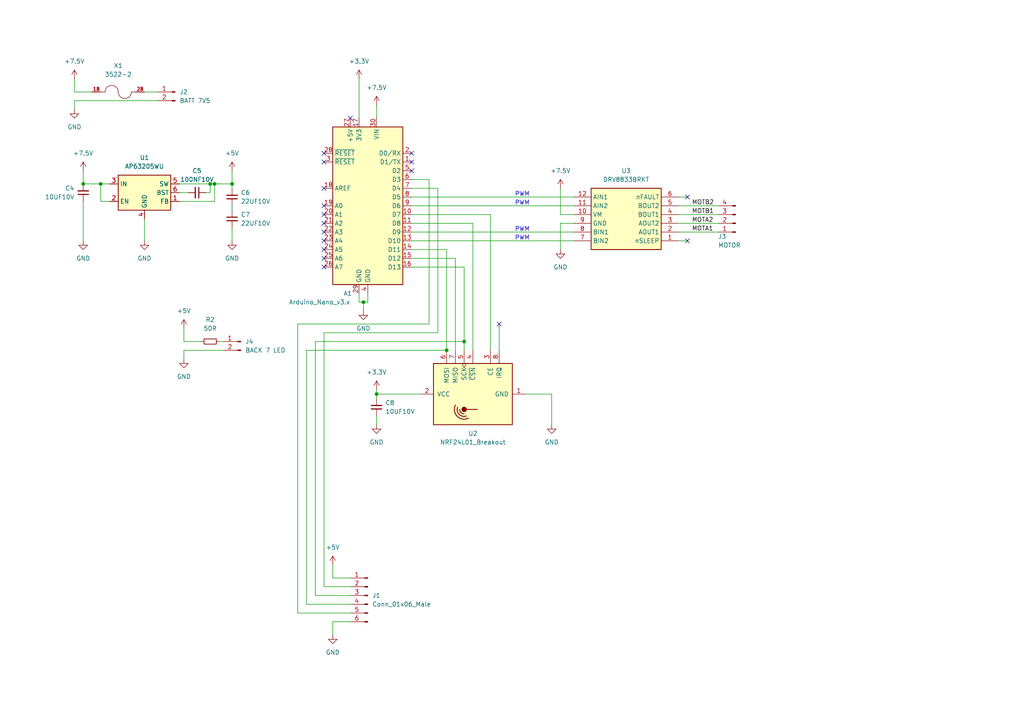
<source format=kicad_sch>
(kicad_sch (version 20211123) (generator eeschema)
  (paper "A4")
  (lib_symbols
    (symbol "3522-2:3522-2" (pin_names (offset 1.016))
      (property "Reference" "X" (at -2.54 5.08 0))
      (property "Value" "3522-2" (at -2.54 -5.08 0))
      (symbol "3522-2_0_0"
        (arc (start 0 0) (mid -1.905 1.905) (end -3.81 0) (stroke (width 0.1524)))
        (polyline (pts (xy -5.08 0) (xy -3.81 0)) (stroke (width 0.1524)))
        (polyline (pts (xy 5.08 0) (xy 3.81 0)) (stroke (width 0.1524)))
        (arc (start 0 0) (mid 1.905 -1.905) (end 3.81 0) (stroke (width 0.1524)))
        (pin passive line (at -7.62 0 0) (length 2.54) (name "~") (number "1A"))
        (pin passive line (at -7.62 0 0) (length 2.54) (name "~") (number "1B"))
        (pin passive line (at 7.62 0 180) (length 2.54) (name "~") (number "2A"))
        (pin passive line (at 7.62 0 180) (length 2.54) (name "~") (number "2B"))
      )
    )
    (symbol "Connector:Conn_01x02_Male" (pin_names (offset 1.016) hide)
      (property "Reference" "J" (at 0 2.54 0))
      (property "Value" "Conn_01x02_Male" (at 0 -5.08 0))
      (symbol "Conn_01x02_Male_1_1"
        (polyline (pts (xy 1.27 -2.54) (xy 0.8636 -2.54)) (stroke (width 0.1524)))
        (polyline (pts (xy 1.27 0) (xy 0.8636 0)) (stroke (width 0.1524)))
        (rectangle (start 0.8636 -2.413) (end 0 -2.667) (stroke (width 0.1524)) (fill (type outline)))
        (rectangle (start 0.8636 0.127) (end 0 -0.127) (stroke (width 0.1524)) (fill (type outline)))
        (pin passive line (at 5.08 0 180) (length 3.81) (name "Pin_1") (number "1"))
        (pin passive line (at 5.08 -2.54 180) (length 3.81) (name "Pin_2") (number "2"))
      )
    )
    (symbol "Connector:Conn_01x04_Male" (pin_names (offset 1.016) hide)
      (property "Reference" "J" (at 0 5.08 0))
      (property "Value" "Conn_01x04_Male" (at 0 -7.62 0))
      (symbol "Conn_01x04_Male_1_1"
        (polyline (pts (xy 1.27 -5.08) (xy 0.8636 -5.08)) (stroke (width 0.1524)))
        (polyline (pts (xy 1.27 -2.54) (xy 0.8636 -2.54)) (stroke (width 0.1524)))
        (polyline (pts (xy 1.27 0) (xy 0.8636 0)) (stroke (width 0.1524)))
        (polyline (pts (xy 1.27 2.54) (xy 0.8636 2.54)) (stroke (width 0.1524)))
        (rectangle (start 0.8636 -4.953) (end 0 -5.207) (stroke (width 0.1524)) (fill (type outline)))
        (rectangle (start 0.8636 -2.413) (end 0 -2.667) (stroke (width 0.1524)) (fill (type outline)))
        (rectangle (start 0.8636 0.127) (end 0 -0.127) (stroke (width 0.1524)) (fill (type outline)))
        (rectangle (start 0.8636 2.667) (end 0 2.413) (stroke (width 0.1524)) (fill (type outline)))
        (pin passive line (at 5.08 2.54 180) (length 3.81) (name "Pin_1") (number "1"))
        (pin passive line (at 5.08 0 180) (length 3.81) (name "Pin_2") (number "2"))
        (pin passive line (at 5.08 -2.54 180) (length 3.81) (name "Pin_3") (number "3"))
        (pin passive line (at 5.08 -5.08 180) (length 3.81) (name "Pin_4") (number "4"))
      )
    )
    (symbol "Connector:Conn_01x06_Male" (pin_names (offset 1.016) hide)
      (property "Reference" "J" (at 0 7.62 0))
      (property "Value" "Conn_01x06_Male" (at 0 -10.16 0))
      (symbol "Conn_01x06_Male_1_1"
        (polyline (pts (xy 1.27 -7.62) (xy 0.8636 -7.62)) (stroke (width 0.1524)))
        (polyline (pts (xy 1.27 -5.08) (xy 0.8636 -5.08)) (stroke (width 0.1524)))
        (polyline (pts (xy 1.27 -2.54) (xy 0.8636 -2.54)) (stroke (width 0.1524)))
        (polyline (pts (xy 1.27 0) (xy 0.8636 0)) (stroke (width 0.1524)))
        (polyline (pts (xy 1.27 2.54) (xy 0.8636 2.54)) (stroke (width 0.1524)))
        (polyline (pts (xy 1.27 5.08) (xy 0.8636 5.08)) (stroke (width 0.1524)))
        (rectangle (start 0.8636 -7.493) (end 0 -7.747) (stroke (width 0.1524)) (fill (type outline)))
        (rectangle (start 0.8636 -4.953) (end 0 -5.207) (stroke (width 0.1524)) (fill (type outline)))
        (rectangle (start 0.8636 -2.413) (end 0 -2.667) (stroke (width 0.1524)) (fill (type outline)))
        (rectangle (start 0.8636 0.127) (end 0 -0.127) (stroke (width 0.1524)) (fill (type outline)))
        (rectangle (start 0.8636 2.667) (end 0 2.413) (stroke (width 0.1524)) (fill (type outline)))
        (rectangle (start 0.8636 5.207) (end 0 4.953) (stroke (width 0.1524)) (fill (type outline)))
        (pin passive line (at 5.08 5.08 180) (length 3.81) (name "Pin_1") (number "1"))
        (pin passive line (at 5.08 2.54 180) (length 3.81) (name "Pin_2") (number "2"))
        (pin passive line (at 5.08 0 180) (length 3.81) (name "Pin_3") (number "3"))
        (pin passive line (at 5.08 -2.54 180) (length 3.81) (name "Pin_4") (number "4"))
        (pin passive line (at 5.08 -5.08 180) (length 3.81) (name "Pin_5") (number "5"))
        (pin passive line (at 5.08 -7.62 180) (length 3.81) (name "Pin_6") (number "6"))
      )
    )
    (symbol "DRV8833BRKT:DRV8833BRKT"
      (property "Reference" "U" (at 0 12.7 0))
      (property "Value" "DRV8833BRKT" (at 0 10.16 0))
      (symbol "DRV8833BRKT_0_1"
        (rectangle (start -10.16 8.89) (end 10.16 -8.89) (stroke (width 0.254)) (fill (type background)))
      )
      (symbol "DRV8833BRKT_1_1"
        (pin input line (at -15.24 6.35 0) (length 5.08) (name "nSLEEP") (number "1"))
        (pin power_in line (at 15.24 -1.27 180) (length 5.08) (name "VM") (number "10"))
        (pin input line (at 15.24 -3.81 180) (length 5.08) (name "AIN2") (number "11"))
        (pin input line (at 15.24 -6.35 180) (length 5.08) (name "AIN1") (number "12"))
        (pin power_out line (at -15.24 3.81 0) (length 5.08) (name "AOUT1") (number "2"))
        (pin power_out line (at -15.24 1.27 0) (length 5.08) (name "AOUT2") (number "3"))
        (pin power_out line (at -15.24 -1.27 0) (length 5.08) (name "BOUT1") (number "4"))
        (pin power_out line (at -15.24 -3.81 0) (length 5.08) (name "BOUT2") (number "5"))
        (pin open_collector line (at -15.24 -6.35 0) (length 5.08) (name "nFAULT") (number "6"))
        (pin input line (at 15.24 6.35 180) (length 5.08) (name "BIN2") (number "7"))
        (pin input line (at 15.24 3.81 180) (length 5.08) (name "BIN1") (number "8"))
        (pin power_in line (at 15.24 1.27 180) (length 5.08) (name "GND") (number "9"))
      )
    )
    (symbol "Device:C_Small" (pin_numbers hide) (pin_names (offset 0.254) hide)
      (property "Reference" "C" (at 0.254 1.778 0))
      (property "Value" "C_Small" (at 0.254 -2.032 0))
      (symbol "C_Small_0_1"
        (polyline (pts (xy -1.524 -0.508) (xy 1.524 -0.508)) (stroke (width 0.3302)))
        (polyline (pts (xy -1.524 0.508) (xy 1.524 0.508)) (stroke (width 0.3048)))
      )
      (symbol "C_Small_1_1"
        (pin passive line (at 0 2.54 270) (length 2.032) (name "~") (number "1"))
        (pin passive line (at 0 -2.54 90) (length 2.032) (name "~") (number "2"))
      )
    )
    (symbol "Device:R_Small" (pin_numbers hide) (pin_names (offset 0.254) hide)
      (property "Reference" "R" (at 0.762 0.508 0))
      (property "Value" "R_Small" (at 0.762 -1.016 0))
      (symbol "R_Small_0_1"
        (rectangle (start -0.762 1.778) (end 0.762 -1.778) (stroke (width 0.2032)))
      )
      (symbol "R_Small_1_1"
        (pin passive line (at 0 2.54 270) (length 0.762) (name "~") (number "1"))
        (pin passive line (at 0 -2.54 90) (length 0.762) (name "~") (number "2"))
      )
    )
    (symbol "MCU_Module:Arduino_Nano_v3.x"
      (property "Reference" "A" (at -10.16 23.495 0))
      (property "Value" "Arduino_Nano_v3.x" (at 5.08 -24.13 0))
      (symbol "Arduino_Nano_v3.x_0_1"
        (rectangle (start -10.16 22.86) (end 10.16 -22.86) (stroke (width 0.254)) (fill (type background)))
      )
      (symbol "Arduino_Nano_v3.x_1_1"
        (pin bidirectional line (at -12.7 12.7 0) (length 2.54) (name "D1/TX") (number "1"))
        (pin bidirectional line (at -12.7 -2.54 0) (length 2.54) (name "D7") (number "10"))
        (pin bidirectional line (at -12.7 -5.08 0) (length 2.54) (name "D8") (number "11"))
        (pin bidirectional line (at -12.7 -7.62 0) (length 2.54) (name "D9") (number "12"))
        (pin bidirectional line (at -12.7 -10.16 0) (length 2.54) (name "D10") (number "13"))
        (pin bidirectional line (at -12.7 -12.7 0) (length 2.54) (name "D11") (number "14"))
        (pin bidirectional line (at -12.7 -15.24 0) (length 2.54) (name "D12") (number "15"))
        (pin bidirectional line (at -12.7 -17.78 0) (length 2.54) (name "D13") (number "16"))
        (pin power_out line (at 2.54 25.4 270) (length 2.54) (name "3V3") (number "17"))
        (pin input line (at 12.7 5.08 180) (length 2.54) (name "AREF") (number "18"))
        (pin bidirectional line (at 12.7 0 180) (length 2.54) (name "A0") (number "19"))
        (pin bidirectional line (at -12.7 15.24 0) (length 2.54) (name "D0/RX") (number "2"))
        (pin bidirectional line (at 12.7 -2.54 180) (length 2.54) (name "A1") (number "20"))
        (pin bidirectional line (at 12.7 -5.08 180) (length 2.54) (name "A2") (number "21"))
        (pin bidirectional line (at 12.7 -7.62 180) (length 2.54) (name "A3") (number "22"))
        (pin bidirectional line (at 12.7 -10.16 180) (length 2.54) (name "A4") (number "23"))
        (pin bidirectional line (at 12.7 -12.7 180) (length 2.54) (name "A5") (number "24"))
        (pin bidirectional line (at 12.7 -15.24 180) (length 2.54) (name "A6") (number "25"))
        (pin bidirectional line (at 12.7 -17.78 180) (length 2.54) (name "A7") (number "26"))
        (pin power_out line (at 5.08 25.4 270) (length 2.54) (name "+5V") (number "27"))
        (pin input line (at 12.7 15.24 180) (length 2.54) (name "~{RESET}") (number "28"))
        (pin power_in line (at 2.54 -25.4 90) (length 2.54) (name "GND") (number "29"))
        (pin input line (at 12.7 12.7 180) (length 2.54) (name "~{RESET}") (number "3"))
        (pin power_in line (at -2.54 25.4 270) (length 2.54) (name "VIN") (number "30"))
        (pin power_in line (at 0 -25.4 90) (length 2.54) (name "GND") (number "4"))
        (pin bidirectional line (at -12.7 10.16 0) (length 2.54) (name "D2") (number "5"))
        (pin bidirectional line (at -12.7 7.62 0) (length 2.54) (name "D3") (number "6"))
        (pin bidirectional line (at -12.7 5.08 0) (length 2.54) (name "D4") (number "7"))
        (pin bidirectional line (at -12.7 2.54 0) (length 2.54) (name "D5") (number "8"))
        (pin bidirectional line (at -12.7 0 0) (length 2.54) (name "D6") (number "9"))
      )
    )
    (symbol "RF:NRF24L01_Breakout" (pin_names (offset 1.016))
      (property "Reference" "U" (at -8.89 12.7 0))
      (property "Value" "NRF24L01_Breakout" (at 3.81 12.7 0))
      (symbol "NRF24L01_Breakout_0_1"
        (rectangle (start -8.89 11.43) (end 8.89 -11.43) (stroke (width 0.254)) (fill (type background)))
        (polyline (pts (xy 4.445 1.905) (xy 4.445 -1.27)) (stroke (width 0.254)))
        (circle (center 4.445 2.54) (radius 0.635) (stroke (width 0.254)) (fill (type outline)))
        (arc (start 5.715 2.54) (mid 5.3521 3.4546) (end 4.445 3.81) (stroke (width 0.254)))
        (arc (start 6.35 1.905) (mid 5.8763 3.9854) (end 3.81 4.445) (stroke (width 0.254)))
        (arc (start 6.985 1.27) (mid 6.453 4.548) (end 3.175 5.08) (stroke (width 0.254)))
      )
      (symbol "NRF24L01_Breakout_1_1"
        (pin power_in line (at 0 -15.24 90) (length 3.81) (name "GND") (number "1"))
        (pin power_in line (at 0 15.24 270) (length 3.81) (name "VCC") (number "2"))
        (pin input line (at -12.7 -5.08 0) (length 3.81) (name "CE") (number "3"))
        (pin input line (at -12.7 0 0) (length 3.81) (name "~{CSN}") (number "4"))
        (pin input clock (at -12.7 2.54 0) (length 3.81) (name "SCK") (number "5"))
        (pin input line (at -12.7 7.62 0) (length 3.81) (name "MOSI") (number "6"))
        (pin output line (at -12.7 5.08 0) (length 3.81) (name "MISO") (number "7"))
        (pin output line (at -12.7 -7.62 0) (length 3.81) (name "IRQ") (number "8"))
      )
    )
    (symbol "Regulator_Switching:AP63205WU"
      (property "Reference" "U" (at -7.62 6.35 0))
      (property "Value" "AP63205WU" (at 2.54 6.35 0))
      (symbol "AP63205WU_0_1"
        (rectangle (start -7.62 5.08) (end 7.62 -5.08) (stroke (width 0.254)) (fill (type background)))
      )
      (symbol "AP63205WU_1_1"
        (pin input line (at 10.16 -2.54 180) (length 2.54) (name "FB") (number "1"))
        (pin input line (at -10.16 -2.54 0) (length 2.54) (name "EN") (number "2"))
        (pin power_in line (at -10.16 2.54 0) (length 2.54) (name "IN") (number "3"))
        (pin power_in line (at 0 -7.62 90) (length 2.54) (name "GND") (number "4"))
        (pin output line (at 10.16 2.54 180) (length 2.54) (name "SW") (number "5"))
        (pin passive line (at 10.16 0 180) (length 2.54) (name "BST") (number "6"))
      )
    )
    (symbol "power:+3.3V" (power) (pin_names (offset 0))
      (property "Value" "+3.3V" (at 0 3.556 0))
      (symbol "+3.3V_0_1"
        (polyline (pts (xy -0.762 1.27) (xy 0 2.54)))
        (polyline (pts (xy 0 0) (xy 0 2.54)))
        (polyline (pts (xy 0 2.54) (xy 0.762 1.27)))
      )
      (symbol "+3.3V_1_1"
        (pin power_in line (at 0 0 90) (length 0) hide (name "+3.3V") (number "1"))
      )
    )
    (symbol "power:+5V" (power) (pin_names (offset 0))
      (property "Value" "+5V" (at 0 3.556 0))
      (symbol "+5V_0_1"
        (polyline (pts (xy -0.762 1.27) (xy 0 2.54)))
        (polyline (pts (xy 0 0) (xy 0 2.54)))
        (polyline (pts (xy 0 2.54) (xy 0.762 1.27)))
      )
      (symbol "+5V_1_1"
        (pin power_in line (at 0 0 90) (length 0) hide (name "+5V") (number "1"))
      )
    )
    (symbol "power:+7.5V" (power) (pin_names (offset 0))
      (property "Value" "+7.5V" (at 0 3.556 0))
      (symbol "+7.5V_0_1"
        (polyline (pts (xy -0.762 1.27) (xy 0 2.54)))
        (polyline (pts (xy 0 0) (xy 0 2.54)))
        (polyline (pts (xy 0 2.54) (xy 0.762 1.27)))
      )
      (symbol "+7.5V_1_1"
        (pin power_in line (at 0 0 90) (length 0) hide (name "+7.5V") (number "1"))
      )
    )
    (symbol "power:GND" (power) (pin_names (offset 0))
      (property "Value" "GND" (at 0 -3.81 0))
      (symbol "GND_0_1"
        (polyline (pts (xy 0 0) (xy 0 -1.27) (xy 1.27 -1.27) (xy 0 -2.54) (xy -1.27 -1.27) (xy 0 -1.27)))
      )
      (symbol "GND_1_1"
        (pin power_in line (at 0 0 270) (length 0) hide (name "GND") (number "1"))
      )
    )
  )
  (junction (at 129.54 101.6))
  (junction (at 109.22 114.3))
  (junction (at 60.96 53.34))
  (junction (at 134.62 99.06))
  (junction (at 62.23 53.34))
  (junction (at 67.31 53.34))
  (junction (at 24.13 53.34))
  (junction (at 29.21 53.34))
  (junction (at 105.41 87.63))
  (no_connect (at 93.98 62.23))
  (no_connect (at 101.6 34.29))
  (no_connect (at 199.39 57.15))
  (no_connect (at 93.98 72.39))
  (no_connect (at 93.98 46.99))
  (no_connect (at 119.38 46.99))
  (no_connect (at 93.98 54.61))
  (no_connect (at 93.98 64.77))
  (no_connect (at 199.39 69.85))
  (no_connect (at 119.38 49.53))
  (no_connect (at 93.98 77.47))
  (no_connect (at 93.98 67.31))
  (no_connect (at 93.98 44.45))
  (no_connect (at 93.98 69.85))
  (no_connect (at 119.38 44.45))
  (no_connect (at 144.78 93.98))
  (no_connect (at 93.98 74.93))
  (no_connect (at 93.98 59.69))
  (wire (pts (xy 91.44 99.06) (xy 91.44 172.72)))
  (wire (pts (xy 105.41 87.63) (xy 105.41 90.17)))
  (wire (pts (xy 119.38 67.31) (xy 166.37 67.31)))
  (wire (pts (xy 88.9 175.26) (xy 88.9 101.6)))
  (wire (pts (xy 134.62 101.6) (xy 134.62 99.06)))
  (wire (pts (xy 67.31 66.04) (xy 67.31 69.85)))
  (wire (pts (xy 88.9 101.6) (xy 129.54 101.6)))
  (wire (pts (xy 41.91 26.67) (xy 45.72 26.67)))
  (wire (pts (xy 104.14 87.63) (xy 105.41 87.63)))
  (wire (pts (xy 132.08 101.6) (xy 132.08 74.93)))
  (wire (pts (xy 144.78 93.98) (xy 144.78 101.6)))
  (wire (pts (xy 129.54 72.39) (xy 119.38 72.39)))
  (wire (pts (xy 152.4 114.3) (xy 160.02 114.3)))
  (wire (pts (xy 196.85 62.23) (xy 208.28 62.23)))
  (wire (pts (xy 67.31 53.34) (xy 67.31 54.61)))
  (wire (pts (xy 101.6 170.18) (xy 93.98 170.18)))
  (wire (pts (xy 41.91 63.5) (xy 41.91 69.85)))
  (wire (pts (xy 24.13 49.53) (xy 24.13 53.34)))
  (wire (pts (xy 53.34 101.6) (xy 64.77 101.6)))
  (wire (pts (xy 62.23 58.42) (xy 62.23 53.34)))
  (wire (pts (xy 21.59 29.21) (xy 21.59 31.75)))
  (wire (pts (xy 53.34 95.25) (xy 53.34 99.06)))
  (wire (pts (xy 104.14 22.86) (xy 104.14 34.29)))
  (wire (pts (xy 106.68 87.63) (xy 106.68 85.09)))
  (wire (pts (xy 31.75 58.42) (xy 29.21 58.42)))
  (wire (pts (xy 109.22 120.65) (xy 109.22 123.19)))
  (wire (pts (xy 101.6 167.64) (xy 96.52 167.64)))
  (wire (pts (xy 119.38 59.69) (xy 166.37 59.69)))
  (wire (pts (xy 52.07 58.42) (xy 62.23 58.42)))
  (wire (pts (xy 162.56 54.61) (xy 162.56 62.23)))
  (wire (pts (xy 29.21 58.42) (xy 29.21 53.34)))
  (wire (pts (xy 45.72 29.21) (xy 21.59 29.21)))
  (wire (pts (xy 124.46 93.98) (xy 86.36 93.98)))
  (wire (pts (xy 24.13 58.42) (xy 24.13 69.85)))
  (wire (pts (xy 101.6 175.26) (xy 88.9 175.26)))
  (wire (pts (xy 86.36 93.98) (xy 86.36 177.8)))
  (wire (pts (xy 29.21 53.34) (xy 31.75 53.34)))
  (wire (pts (xy 91.44 99.06) (xy 134.62 99.06)))
  (wire (pts (xy 109.22 30.48) (xy 109.22 34.29)))
  (wire (pts (xy 21.59 22.86) (xy 21.59 26.67)))
  (wire (pts (xy 67.31 60.96) (xy 67.31 59.69)))
  (wire (pts (xy 52.07 53.34) (xy 60.96 53.34)))
  (wire (pts (xy 86.36 177.8) (xy 101.6 177.8)))
  (wire (pts (xy 93.98 96.52) (xy 127 96.52)))
  (wire (pts (xy 196.85 69.85) (xy 199.39 69.85)))
  (wire (pts (xy 93.98 170.18) (xy 93.98 96.52)))
  (wire (pts (xy 124.46 52.07) (xy 124.46 93.98)))
  (wire (pts (xy 109.22 114.3) (xy 109.22 115.57)))
  (wire (pts (xy 160.02 114.3) (xy 160.02 123.19)))
  (wire (pts (xy 162.56 64.77) (xy 162.56 72.39)))
  (wire (pts (xy 166.37 62.23) (xy 162.56 62.23)))
  (wire (pts (xy 104.14 85.09) (xy 104.14 87.63)))
  (wire (pts (xy 119.38 52.07) (xy 124.46 52.07)))
  (wire (pts (xy 142.24 62.23) (xy 119.38 62.23)))
  (wire (pts (xy 119.38 54.61) (xy 127 54.61)))
  (wire (pts (xy 62.23 53.34) (xy 67.31 53.34)))
  (wire (pts (xy 24.13 53.34) (xy 29.21 53.34)))
  (wire (pts (xy 166.37 64.77) (xy 162.56 64.77)))
  (wire (pts (xy 142.24 101.6) (xy 142.24 62.23)))
  (wire (pts (xy 196.85 67.31) (xy 208.28 67.31)))
  (wire (pts (xy 52.07 55.88) (xy 54.61 55.88)))
  (wire (pts (xy 60.96 53.34) (xy 62.23 53.34)))
  (wire (pts (xy 119.38 57.15) (xy 166.37 57.15)))
  (wire (pts (xy 132.08 74.93) (xy 119.38 74.93)))
  (wire (pts (xy 127 96.52) (xy 127 54.61)))
  (wire (pts (xy 21.59 26.67) (xy 26.67 26.67)))
  (wire (pts (xy 105.41 87.63) (xy 106.68 87.63)))
  (wire (pts (xy 53.34 101.6) (xy 53.34 104.14)))
  (wire (pts (xy 196.85 59.69) (xy 208.28 59.69)))
  (wire (pts (xy 134.62 99.06) (xy 134.62 77.47)))
  (wire (pts (xy 196.85 57.15) (xy 199.39 57.15)))
  (wire (pts (xy 67.31 49.53) (xy 67.31 53.34)))
  (wire (pts (xy 196.85 64.77) (xy 208.28 64.77)))
  (wire (pts (xy 109.22 114.3) (xy 109.22 113.03)))
  (wire (pts (xy 101.6 172.72) (xy 91.44 172.72)))
  (wire (pts (xy 119.38 77.47) (xy 134.62 77.47)))
  (wire (pts (xy 129.54 101.6) (xy 129.54 72.39)))
  (wire (pts (xy 119.38 69.85) (xy 166.37 69.85)))
  (wire (pts (xy 53.34 99.06) (xy 58.42 99.06)))
  (wire (pts (xy 101.6 180.34) (xy 96.52 180.34)))
  (wire (pts (xy 137.16 64.77) (xy 119.38 64.77)))
  (wire (pts (xy 60.96 55.88) (xy 60.96 53.34)))
  (wire (pts (xy 96.52 163.83) (xy 96.52 167.64)))
  (wire (pts (xy 64.77 99.06) (xy 63.5 99.06)))
  (wire (pts (xy 137.16 101.6) (xy 137.16 64.77)))
  (wire (pts (xy 59.69 55.88) (xy 60.96 55.88)))
  (wire (pts (xy 96.52 180.34) (xy 96.52 184.15)))
  (wire (pts (xy 109.22 114.3) (xy 121.92 114.3)))
  (text "PWM" (at 153.67 67.31 180) (effects (font (size 1.27 1.27)) (justify right bottom)))
  (text "PWM" (at 153.67 57.15 180) (effects (font (size 1.27 1.27)) (justify right bottom)))
  (text "PWM" (at 153.67 59.69 180) (effects (font (size 1.27 1.27)) (justify right bottom)))
  (text "PWM" (at 153.67 69.85 180) (effects (font (size 1.27 1.27)) (justify right bottom)))
  (label "MOTB1" (at 200.66 62.23 0))
  (label "MOTA2" (at 200.66 64.77 0))
  (label "MOTB2" (at 200.66 59.69 0))
  (label "MOTA1" (at 200.66 67.31 0))
  (symbol (lib_id "power:GND") (at 53.34 104.14 0) (unit 1)
    (property "Reference" "#PWR0105" (effects hide))
    (property "Value" "GND" (at 53.34 109.22 0))
  )
  (symbol (lib_id "Device:C_Small") (at 57.15 55.88 270) (mirror x) (unit 1)
    (property "Reference" "C5" (at 57.1436 49.53 90))
    (property "Value" "100NF10V" (at 57.15 52.07 90))
    (property "Footprint" "Capacitor_SMD:C_0805_2012Metric_Pad1.18x1.45mm_HandSolder" (effects hide))
  )
  (symbol (lib_id "Device:C_Small") (at 109.22 118.11 180) (unit 1)
    (property "Reference" "C8" (at 111.76 116.8335 0) (effects (justify right)))
    (property "Value" "10UF10V" (at 111.76 119.3735 0) (effects (justify right)))
    (property "Footprint" "Capacitor_SMD:C_0805_2012Metric_Pad1.18x1.45mm_HandSolder" (effects hide))
  )
  (symbol (lib_id "Device:C_Small") (at 67.31 63.5 0) (mirror y) (unit 1)
    (property "Reference" "C7" (at 69.85 62.2362 0) (effects (justify right)))
    (property "Value" "22UF10V" (at 69.85 64.7762 0) (effects (justify right)))
    (property "Footprint" "Capacitor_SMD:C_0805_2012Metric_Pad1.18x1.45mm_HandSolder" (effects hide))
  )
  (symbol (lib_id "power:+7.5V") (at 109.22 30.48 0) (unit 1)
    (property "Reference" "#PWR011" (effects hide))
    (property "Value" "+7.5V" (at 109.22 25.4 0))
  )
  (symbol (lib_id "power:+7.5V") (at 24.13 49.53 0) (unit 1)
    (property "Reference" "#PWR02" (effects hide))
    (property "Value" "+7.5V" (at 24.13 44.45 0))
  )
  (symbol (lib_id "power:GND") (at 21.59 31.75 0) (mirror y) (unit 1)
    (property "Reference" "#PWR0108" (effects hide))
    (property "Value" "GND" (at 21.59 36.83 0))
  )
  (symbol (lib_id "power:GND") (at 105.41 90.17 0) (unit 1)
    (property "Reference" "#PWR0116" (effects hide))
    (property "Value" "GND" (at 105.41 95.25 0))
  )
  (symbol (lib_id "power:+7.5V") (at 162.56 54.61 0) (unit 1)
    (property "Reference" "#PWR0102" (effects hide))
    (property "Value" "+7.5V" (at 162.56 49.53 0))
  )
  (symbol (lib_id "RF:NRF24L01_Breakout") (at 137.16 114.3 90) (mirror x) (unit 1)
    (property "Reference" "U2" (at 137.16 125.73 90))
    (property "Value" "NRF24L01_Breakout" (at 137.16 128.27 90))
    (property "Footprint" "nRF24L01BRKT_SMD:nRF24L01_Breakout_SMD" (effects hide))
    (property "Datasheet" "http://www.nordicsemi.com/eng/content/download/2730/34105/file/nRF24L01_Product_Specification_v2_0.pdf" (effects hide))
  )
  (symbol (lib_id "power:+5V") (at 96.52 163.83 0) (unit 1)
    (property "Reference" "#PWR08" (effects hide))
    (property "Value" "+5V" (at 96.52 158.75 0))
  )
  (symbol (lib_id "power:GND") (at 109.22 123.19 0) (unit 1)
    (property "Reference" "#PWR013" (effects hide))
    (property "Value" "GND" (at 109.22 128.27 0))
  )
  (symbol (lib_id "power:GND") (at 162.56 72.39 0) (mirror y) (unit 1)
    (property "Reference" "#PWR0101" (effects hide))
    (property "Value" "GND" (at 162.56 77.47 0))
  )
  (symbol (lib_id "power:GND") (at 160.02 123.19 0) (unit 1)
    (property "Reference" "#PWR0110" (effects hide))
    (property "Value" "GND" (at 160.02 128.27 0))
  )
  (symbol (lib_id "Connector:Conn_01x04_Male") (at 213.36 64.77 180) (unit 1)
    (property "Reference" "J3" (at 208.28 68.58 0) (effects (justify right)))
    (property "Value" "MOTOR" (at 208.28 71.12 0) (effects (justify right)))
    (property "Footprint" "Connector_PinSocket_2.54mm:PinSocket_1x04_P2.54mm_Vertical" (effects hide))
  )
  (symbol (lib_id "MCU_Module:Arduino_Nano_v3.x") (at 106.68 59.69 0) (mirror y) (unit 1)
    (property "Reference" "A1" (at 102.1206 85.09 0) (effects (justify left)))
    (property "Value" "Arduino_Nano_v3.x" (at 101.6 87.63 0) (effects (justify left)))
    (property "Footprint" "Module:Arduino_Nano" (effects hide))
    (property "Datasheet" "http://www.mouser.com/pdfdocs/Gravitech_Arduino_Nano3_0.pdf" (effects hide))
  )
  (symbol (lib_id "power:+3.3V") (at 109.22 113.03 0) (unit 1)
    (property "Reference" "#PWR012" (effects hide))
    (property "Value" "+3.3V" (at 109.22 107.95 0))
  )
  (symbol (lib_id "power:+5V") (at 67.31 49.53 0) (unit 1)
    (property "Reference" "#PWR06" (effects hide))
    (property "Value" "+5V" (at 67.31 44.45 0))
  )
  (symbol (lib_id "power:+5V") (at 53.34 95.25 0) (unit 1)
    (property "Reference" "#PWR05" (effects hide))
    (property "Value" "+5V" (at 53.34 90.17 0))
  )
  (symbol (lib_id "Regulator_Switching:AP63205WU") (at 41.91 55.88 0) (unit 1)
    (property "Reference" "U1" (at 41.91 45.72 0))
    (property "Value" "AP63205WU" (at 41.91 48.26 0))
    (property "Footprint" "Package_TO_SOT_SMD:TSOT-23-6" (effects hide))
    (property "Datasheet" "https://www.diodes.com/assets/Datasheets/AP63200-AP63201-AP63203-AP63205.pdf" (effects hide))
  )
  (symbol (lib_id "power:+7.5V") (at 21.59 22.86 0) (unit 1)
    (property "Reference" "#PWR01" (effects hide))
    (property "Value" "+7.5V" (at 21.59 17.78 0))
  )
  (symbol (lib_id "Connector:Conn_01x02_Male") (at 69.85 99.06 0) (mirror y) (unit 1)
    (property "Reference" "J4" (at 71.12 99.0599 0) (effects (justify right)))
    (property "Value" "BACK 7 LED" (at 71.12 101.5999 0) (effects (justify right)))
    (property "Footprint" "Connector_PinHeader_2.54mm:PinHeader_1x02_P2.54mm_Vertical" (effects hide))
  )
  (symbol (lib_id "Connector:Conn_01x06_Male") (at 106.68 172.72 0) (mirror y) (unit 1)
    (property "Reference" "J1" (at 107.95 172.7199 0) (effects (justify right)))
    (property "Value" "Conn_01x06_Male" (at 107.95 175.2599 0) (effects (justify right)))
    (property "Footprint" "Connector_PinHeader_2.54mm:PinHeader_1x06_P2.54mm_Vertical" (effects hide))
  )
  (symbol (lib_id "power:GND") (at 67.31 69.85 0) (mirror y) (unit 1)
    (property "Reference" "#PWR07" (effects hide))
    (property "Value" "GND" (at 67.31 74.93 0))
  )
  (symbol (lib_id "power:+3.3V") (at 104.14 22.86 0) (unit 1)
    (property "Reference" "#PWR010" (effects hide))
    (property "Value" "+3.3V" (at 104.14 17.78 0))
  )
  (symbol (lib_id "Device:R_Small") (at 60.96 99.06 90) (unit 1)
    (property "Reference" "R2" (at 60.96 92.71 90))
    (property "Value" "50R" (at 60.96 95.25 90))
    (property "Footprint" "Resistor_SMD:R_0805_2012Metric" (effects hide))
  )
  (symbol (lib_id "power:GND") (at 41.91 69.85 0) (mirror y) (unit 1)
    (property "Reference" "#PWR04" (effects hide))
    (property "Value" "GND" (at 41.91 74.93 0))
  )
  (symbol (lib_id "Device:C_Small") (at 24.13 55.88 0) (mirror x) (unit 1)
    (property "Reference" "C4" (at 21.59 54.6035 0) (effects (justify right)))
    (property "Value" "10UF10V" (at 21.59 57.1435 0) (effects (justify right)))
    (property "Footprint" "Capacitor_SMD:C_0805_2012Metric_Pad1.18x1.45mm_HandSolder" (effects hide))
  )
  (symbol (lib_id "Connector:Conn_01x02_Male") (at 50.8 26.67 0) (mirror y) (unit 1)
    (property "Reference" "J2" (at 52.07 26.6699 0) (effects (justify right)))
    (property "Value" "BATT 7V5" (at 52.07 29.21 0) (effects (justify right)))
    (property "Footprint" "Connector_PinHeader_2.54mm:PinHeader_1x02_P2.54mm_Vertical" (effects hide))
  )
  (symbol (lib_id "3522-2:3522-2") (at 34.29 26.67 0) (unit 1)
    (property "Reference" "X1" (at 34.29 19.05 0))
    (property "Value" "3522-2" (at 34.29 21.59 0))
    (property "Footprint" "3522-2:FUSE_3522-2" (effects hide))
    (property "PARTREV" "J" (effects hide))
    (property "MANUFACTURER" "Keystone" (effects hide))
    (property "SNAPEDA_PN" "3522-2" (effects hide))
    (property "MAXIMUM_PACKAGE_HEIGHT" "6.73mm" (effects hide))
    (property "STANDARD" "Manufacturer Recommendations" (effects hide))
  )
  (symbol (lib_id "DRV8833BRKT:DRV8833BRKT") (at 181.61 63.5 180) (unit 1)
    (property "Reference" "U3" (at 181.61 49.53 0))
    (property "Value" "DRV8833BRKT" (at 181.61 52.07 0))
    (property "Footprint" "DRV8833BRKT:DRV8833BRKT" (effects hide))
  )
  (symbol (lib_id "Device:C_Small") (at 67.31 57.15 180) (unit 1)
    (property "Reference" "C6" (at 69.85 55.8735 0) (effects (justify right)))
    (property "Value" "22UF10V" (at 69.85 58.42 0) (effects (justify right)))
    (property "Footprint" "Capacitor_SMD:C_0805_2012Metric_Pad1.18x1.45mm_HandSolder" (effects hide))
  )
  (symbol (lib_id "power:GND") (at 96.52 184.15 0) (unit 1)
    (property "Reference" "#PWR09" (effects hide))
    (property "Value" "GND" (at 96.52 189.23 0))
  )
  (symbol (lib_id "power:GND") (at 24.13 69.85 0) (mirror y) (unit 1)
    (property "Reference" "#PWR03" (effects hide))
    (property "Value" "GND" (at 24.13 74.93 0))
  )
)
</source>
